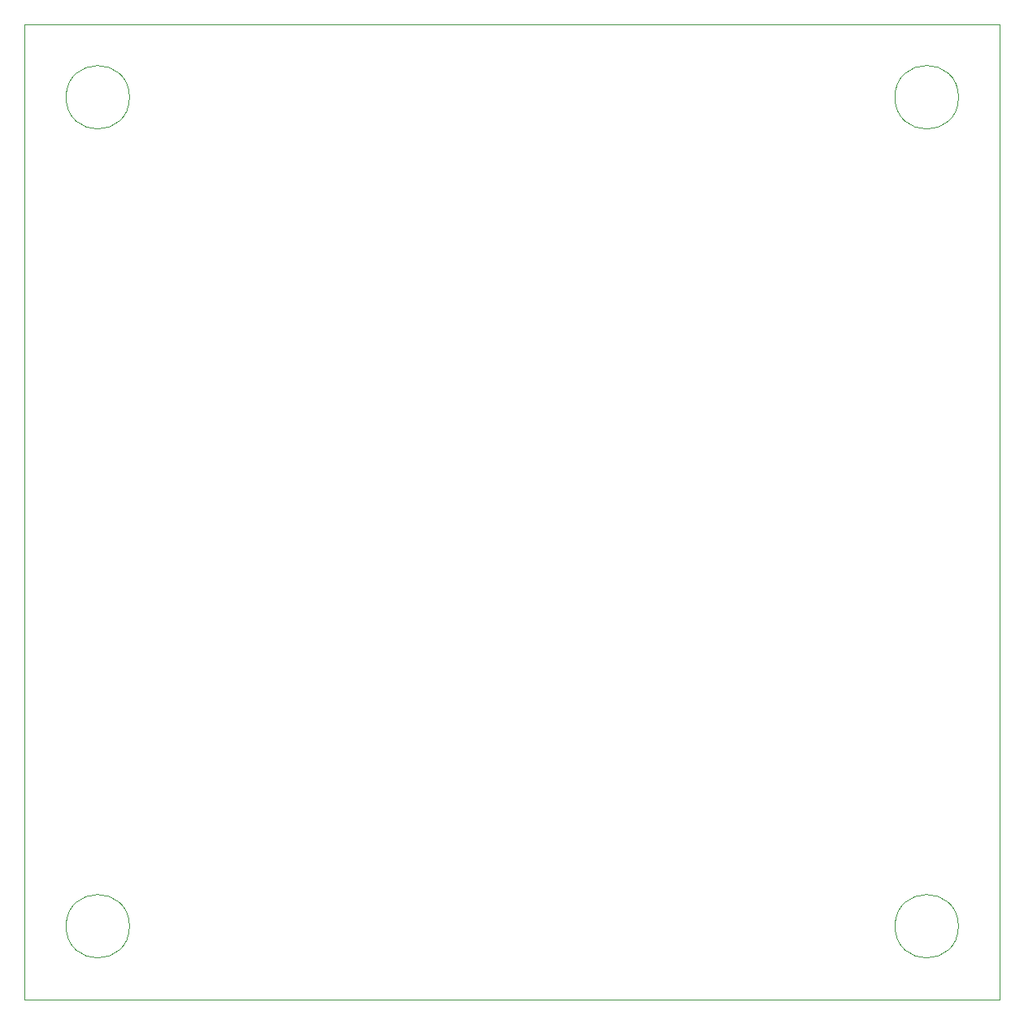
<source format=gbr>
%TF.GenerationSoftware,KiCad,Pcbnew,(5.1.10)-1*%
%TF.CreationDate,2021-12-22T13:08:42+01:00*%
%TF.ProjectId,Scheinwerfer_Dirk,53636865-696e-4776-9572-6665725f4469,V2.0*%
%TF.SameCoordinates,Original*%
%TF.FileFunction,Profile,NP*%
%FSLAX46Y46*%
G04 Gerber Fmt 4.6, Leading zero omitted, Abs format (unit mm)*
G04 Created by KiCad (PCBNEW (5.1.10)-1) date 2021-12-22 13:08:42*
%MOMM*%
%LPD*%
G01*
G04 APERTURE LIST*
%TA.AperFunction,Profile*%
%ADD10C,0.050000*%
%TD*%
G04 APERTURE END LIST*
D10*
X160791755Y-45720000D02*
G75*
G03*
X160791755Y-45720000I-3311755J0D01*
G01*
X160782000Y-132080000D02*
G75*
G03*
X160782000Y-132080000I-3302000J0D01*
G01*
X74422000Y-132080000D02*
G75*
G03*
X74422000Y-132080000I-3302000J0D01*
G01*
X74422000Y-45720000D02*
G75*
G03*
X74422000Y-45720000I-3302000J0D01*
G01*
X165100000Y-38100000D02*
X152400000Y-38100000D01*
X165100000Y-139700000D02*
X165100000Y-38100000D01*
X63500000Y-139700000D02*
X165100000Y-139700000D01*
X63500000Y-80010000D02*
X63500000Y-139700000D01*
X76200000Y-38100000D02*
X152400000Y-38100000D01*
X63500000Y-38100000D02*
X76200000Y-38100000D01*
X63500000Y-50800000D02*
X63500000Y-38100000D01*
X63500000Y-50800000D02*
X63500000Y-80010000D01*
M02*

</source>
